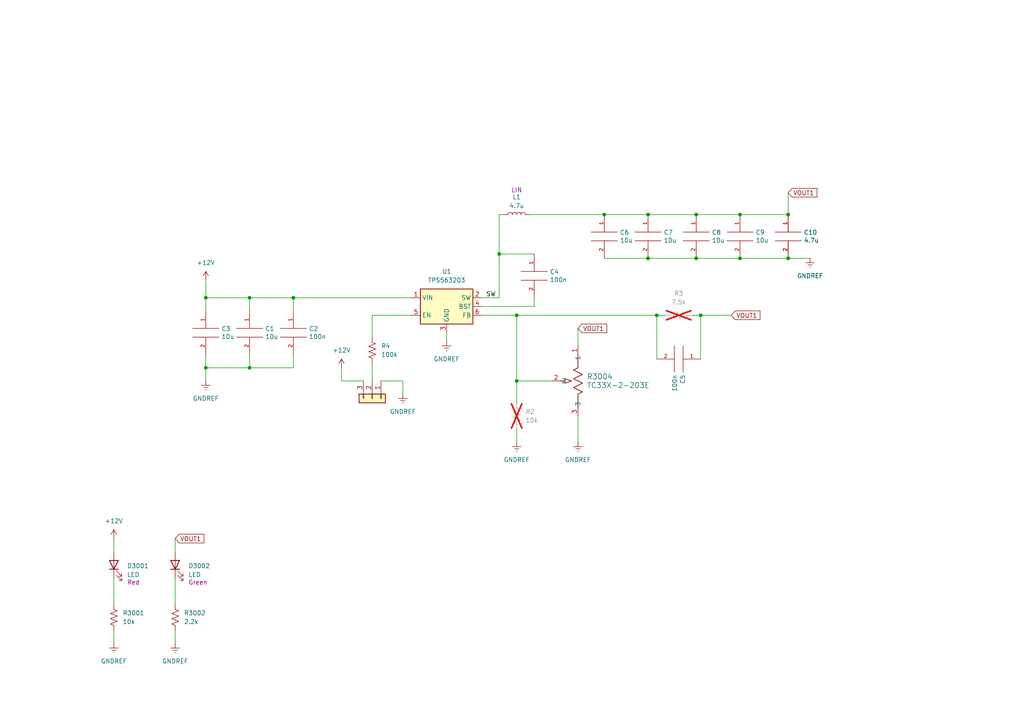
<source format=kicad_sch>
(kicad_sch (version 20231120) (generator "eeschema") (generator_version "8.0")
  (paper "A4")
  (lib_symbols
    (symbol "Device:L" (pin_numbers hide) (pin_names (offset 1.016) hide)
      (property "Reference" "L" (at -1.27 0 90))
      (property "Value" "L" (at 1.905 0 90))
      (symbol "L_0_1"
        (arc (start 0 -2.54) (mid 0.6323 -1.905) (end 0 -1.27))
        (arc (start 0 -1.27) (mid 0.6323 -0.635) (end 0 0))
        (arc (start 0 0) (mid 0.6323 0.635) (end 0 1.27))
        (arc (start 0 1.27) (mid 0.6323 1.905) (end 0 2.54))
      )
      (symbol "L_1_1"
        (pin passive line (at 0 3.81 270) (length 1.27) (name "1") (number "1"))
        (pin passive line (at 0 -3.81 90) (length 1.27) (name "2") (number "2"))
      )
    )
    (symbol "Device:LED" (pin_numbers hide) (pin_names (offset 1.016) hide)
      (property "Reference" "D" (at 0 2.54 0))
      (property "Value" "LED" (at 0 -2.54 0))
      (symbol "LED_0_1"
        (polyline (pts (xy -1.27 -1.27) (xy -1.27 1.27)) (stroke (width 0.254)))
        (polyline (pts (xy -1.27 0) (xy 1.27 0)))
        (polyline (pts (xy 1.27 -1.27) (xy 1.27 1.27) (xy -1.27 0) (xy 1.27 -1.27)) (stroke (width 0.254)))
        (polyline (pts (xy -3.048 -0.762) (xy -4.572 -2.286) (xy -3.81 -2.286) (xy -4.572 -2.286) (xy -4.572 -1.524)))
        (polyline (pts (xy -1.778 -0.762) (xy -3.302 -2.286) (xy -2.54 -2.286) (xy -3.302 -2.286) (xy -3.302 -1.524)))
      )
      (symbol "LED_1_1"
        (pin passive line (at -3.81 0 0) (length 2.54) (name "K") (number "1"))
        (pin passive line (at 3.81 0 180) (length 2.54) (name "A") (number "2"))
      )
    )
    (symbol "Device:R_US" (pin_numbers hide) (pin_names (offset 0))
      (property "Reference" "R" (at 2.54 0 90))
      (property "Value" "R_US" (at -2.54 0 90))
      (symbol "R_US_0_1"
        (polyline (pts (xy 0 -2.286) (xy 0 -2.54)))
        (polyline (pts (xy 0 2.286) (xy 0 2.54)))
        (polyline (pts (xy 0 -0.762) (xy 1.016 -1.143) (xy 0 -1.524) (xy -1.016 -1.905) (xy 0 -2.286)))
        (polyline (pts (xy 0 0.762) (xy 1.016 0.381) (xy 0 0) (xy -1.016 -0.381) (xy 0 -0.762)))
        (polyline (pts (xy 0 2.286) (xy 1.016 1.905) (xy 0 1.524) (xy -1.016 1.143) (xy 0 0.762)))
      )
      (symbol "R_US_1_1"
        (pin passive line (at 0 3.81 270) (length 1.27) (name "~") (number "1"))
        (pin passive line (at 0 -3.81 90) (length 1.27) (name "~") (number "2"))
      )
    )
    (symbol "PoE-rescue:C-pspice" (pin_names (offset 0.254))
      (property "Reference" "C" (at 2.54 3.81 90))
      (property "Value" "pspice_C" (at 2.54 -3.81 90))
      (symbol "C-pspice_0_1"
        (polyline (pts (xy -3.81 -1.27) (xy 3.81 -1.27)))
        (polyline (pts (xy -3.81 1.27) (xy 3.81 1.27)))
      )
      (symbol "C-pspice_1_1"
        (pin passive line (at 0 6.35 270) (length 5.08) (name "~") (number "1"))
        (pin passive line (at 0 -6.35 90) (length 5.08) (name "~") (number "2"))
      )
    )
    (symbol "Regulator_Switching:TPS563203"
      (property "Reference" "U" (at -7.62 6.35 0))
      (property "Value" "TPS563203" (at -2.54 6.35 0))
      (symbol "TPS563203_0_1"
        (rectangle (start -7.62 5.08) (end 7.62 -5.08) (stroke (width 0.254)) (fill (type background)))
      )
      (symbol "TPS563203_1_1"
        (pin power_in line (at -10.16 2.54 0) (length 2.54) (name "VIN") (number "1"))
        (pin output line (at 10.16 2.54 180) (length 2.54) (name "SW") (number "2"))
        (pin power_in line (at 0 -7.62 90) (length 2.54) (name "GND") (number "3"))
        (pin passive line (at 10.16 0 180) (length 2.54) (name "BST") (number "4"))
        (pin input line (at -10.16 -2.54 0) (length 2.54) (name "EN") (number "5"))
        (pin input line (at 10.16 -2.54 180) (length 2.54) (name "FB") (number "6"))
      )
    )
    (symbol "SparkFun-Connector:Conn_01x03" (pin_names (offset 1.016) hide)
      (symbol "Conn_01x03_1_1"
        (rectangle (start -1.27 -2.413) (end 0 -2.667) (stroke (width 0.1524)))
        (rectangle (start -1.27 0.127) (end 0 -0.127) (stroke (width 0.1524)))
        (rectangle (start -1.27 2.667) (end 0 2.413) (stroke (width 0.1524)))
        (rectangle (start -1.27 3.81) (end 1.27 -3.81) (stroke (width 0.254)) (fill (type background)))
        (pin passive line (at -5.08 2.54 0) (length 3.81) (name "Pin_1") (number "1"))
        (pin passive line (at -5.08 0 0) (length 3.81) (name "Pin_2") (number "2"))
        (pin passive line (at -5.08 -2.54 0) (length 3.81) (name "Pin_3") (number "3"))
      )
    )
    (symbol "TC33X-2-203E:TC33X-2-203E" (pin_names (offset 0.254))
      (property "Reference" "R" (at 10.795 -3.175 0))
      (property "Value" "TC33X-2-203E" (at 10.795 -6.35 0))
      (symbol "TC33X-2-203E_1_1"
        (polyline (pts (xy 2.54 0) (xy 6.35 0)) (stroke (width 0.2032)))
        (polyline (pts (xy 6.35 0) (xy 6.985 1.27)) (stroke (width 0.2032)))
        (polyline (pts (xy 6.985 1.27) (xy 8.255 -1.27)) (stroke (width 0.2032)))
        (polyline (pts (xy 8.255 -1.27) (xy 9.525 1.27)) (stroke (width 0.2032)))
        (polyline (pts (xy 9.525 1.27) (xy 10.795 -1.27)) (stroke (width 0.2032)))
        (polyline (pts (xy 9.525 3.81) (xy 10.16 1.905)) (stroke (width 0.2032)))
        (polyline (pts (xy 9.525 3.81) (xy 10.795 3.81)) (stroke (width 0.2032)))
        (polyline (pts (xy 10.16 3.81) (xy 10.16 5.08)) (stroke (width 0.2032)))
        (polyline (pts (xy 10.795 -1.27) (xy 12.065 1.27)) (stroke (width 0.2032)))
        (polyline (pts (xy 10.795 3.81) (xy 10.16 1.905)) (stroke (width 0.2032)))
        (polyline (pts (xy 12.065 1.27) (xy 13.335 -1.27)) (stroke (width 0.2032)))
        (polyline (pts (xy 13.335 -1.27) (xy 13.97 0)) (stroke (width 0.2032)))
        (polyline (pts (xy 13.97 0) (xy 17.78 0)) (stroke (width 0.2032)))
        (pin unspecified line (at 0 0 0) (length 2.54) (name "1") (number "1"))
        (pin unspecified line (at 10.16 7.62 270) (length 2.54) (name "2") (number "2"))
        (pin unspecified line (at 20.32 0 180) (length 2.54) (name "3") (number "3"))
      )
      (symbol "TC33X-2-203E_1_2"
        (polyline (pts (xy -3.81 -10.795) (xy -3.81 -9.525)) (stroke (width 0.2032)))
        (polyline (pts (xy -3.81 -10.795) (xy -1.905 -10.16)) (stroke (width 0.2032)))
        (polyline (pts (xy -3.81 -10.16) (xy -5.08 -10.16)) (stroke (width 0.2032)))
        (polyline (pts (xy -3.81 -9.525) (xy -1.905 -10.16)) (stroke (width 0.2032)))
        (polyline (pts (xy -1.27 -13.335) (xy 1.27 -12.065)) (stroke (width 0.2032)))
        (polyline (pts (xy -1.27 -10.795) (xy 1.27 -9.525)) (stroke (width 0.2032)))
        (polyline (pts (xy -1.27 -8.255) (xy 1.27 -6.985)) (stroke (width 0.2032)))
        (polyline (pts (xy 0 -17.78) (xy 0 -13.97)) (stroke (width 0.2032)))
        (polyline (pts (xy 0 -13.97) (xy -1.27 -13.335)) (stroke (width 0.2032)))
        (polyline (pts (xy 0 -6.35) (xy 0 -2.54)) (stroke (width 0.2032)))
        (polyline (pts (xy 1.27 -12.065) (xy -1.27 -10.795)) (stroke (width 0.2032)))
        (polyline (pts (xy 1.27 -9.525) (xy -1.27 -8.255)) (stroke (width 0.2032)))
        (polyline (pts (xy 1.27 -6.985) (xy 0 -6.35)) (stroke (width 0.2032)))
        (pin unspecified line (at 0 0 270) (length 2.54) (name "1") (number "1"))
        (pin unspecified line (at -7.62 -10.16 0) (length 2.54) (name "2") (number "2"))
        (pin unspecified line (at 0 -20.32 90) (length 2.54) (name "3") (number "3"))
      )
    )
    (symbol "power:+12V" (power) (pin_numbers hide) (pin_names (offset 0) hide)
      (property "Value" "+12V" (at 0 3.556 0))
      (symbol "+12V_0_1"
        (polyline (pts (xy -0.762 1.27) (xy 0 2.54)))
        (polyline (pts (xy 0 0) (xy 0 2.54)))
        (polyline (pts (xy 0 2.54) (xy 0.762 1.27)))
      )
      (symbol "+12V_1_1"
        (pin power_in line (at 0 0 90) (length 0) (name "~") (number "1"))
      )
    )
    (symbol "power:GNDREF" (power) (pin_numbers hide) (pin_names (offset 0) hide)
      (property "Value" "GNDREF" (at 0 -3.81 0))
      (symbol "GNDREF_0_1"
        (polyline (pts (xy -0.635 -1.905) (xy 0.635 -1.905)))
        (polyline (pts (xy -0.127 -2.54) (xy 0.127 -2.54)))
        (polyline (pts (xy 0 -1.27) (xy 0 0)))
        (polyline (pts (xy 1.27 -1.27) (xy -1.27 -1.27)))
      )
      (symbol "GNDREF_1_1"
        (pin power_in line (at 0 0 270) (length 0) (name "~") (number "1"))
      )
    )
  )
  (junction (at 144.78 73.66))
  (junction (at 175.26 62.23))
  (junction (at 190.5 91.44))
  (junction (at 187.96 74.93))
  (junction (at 187.96 62.23))
  (junction (at 149.86 91.44))
  (junction (at 72.39 86.36))
  (junction (at 228.6 74.93))
  (junction (at 201.93 62.23))
  (junction (at 59.69 86.36))
  (junction (at 149.86 110.49))
  (junction (at 214.63 62.23))
  (junction (at 203.2 91.44))
  (junction (at 214.63 74.93))
  (junction (at 59.69 106.68))
  (junction (at 228.6 62.23))
  (junction (at 72.39 106.68))
  (junction (at 85.09 86.36))
  (junction (at 201.93 74.93))
  (wire (pts (xy 175.26 62.23) (xy 187.96 62.23)))
  (wire (pts (xy 149.86 110.49) (xy 160.02 110.49)))
  (wire (pts (xy 105.41 110.49) (xy 99.06 110.49)))
  (wire (pts (xy 187.96 62.23) (xy 201.93 62.23)))
  (wire (pts (xy 144.78 62.23) (xy 146.05 62.23)))
  (wire (pts (xy 85.09 86.36) (xy 85.09 90.17)))
  (wire (pts (xy 33.02 182.88) (xy 33.02 186.69)))
  (wire (pts (xy 214.63 62.23) (xy 228.6 62.23)))
  (wire (pts (xy 119.38 91.44) (xy 107.95 91.44)))
  (wire (pts (xy 129.54 96.52) (xy 129.54 99.06)))
  (wire (pts (xy 154.94 88.9) (xy 154.94 86.36)))
  (wire (pts (xy 203.2 91.44) (xy 212.09 91.44)))
  (wire (pts (xy 110.49 110.49) (xy 116.84 110.49)))
  (wire (pts (xy 50.8 156.21) (xy 50.8 160.02)))
  (wire (pts (xy 144.78 73.66) (xy 144.78 62.23)))
  (wire (pts (xy 149.86 110.49) (xy 149.86 116.84)))
  (wire (pts (xy 149.86 91.44) (xy 190.5 91.44)))
  (wire (pts (xy 144.78 86.36) (xy 139.7 86.36)))
  (wire (pts (xy 72.39 106.68) (xy 59.69 106.68)))
  (wire (pts (xy 139.7 88.9) (xy 154.94 88.9)))
  (wire (pts (xy 149.86 91.44) (xy 149.86 110.49)))
  (wire (pts (xy 33.02 156.21) (xy 33.02 160.02)))
  (wire (pts (xy 59.69 106.68) (xy 59.69 110.49)))
  (wire (pts (xy 33.02 167.64) (xy 33.02 175.26)))
  (wire (pts (xy 59.69 81.28) (xy 59.69 86.36)))
  (wire (pts (xy 201.93 74.93) (xy 187.96 74.93)))
  (wire (pts (xy 228.6 55.88) (xy 228.6 62.23)))
  (wire (pts (xy 187.96 74.93) (xy 175.26 74.93)))
  (wire (pts (xy 153.67 62.23) (xy 175.26 62.23)))
  (wire (pts (xy 85.09 106.68) (xy 72.39 106.68)))
  (wire (pts (xy 59.69 106.68) (xy 59.69 102.87)))
  (wire (pts (xy 50.8 167.64) (xy 50.8 175.26)))
  (wire (pts (xy 85.09 86.36) (xy 119.38 86.36)))
  (wire (pts (xy 116.84 110.49) (xy 116.84 114.3)))
  (wire (pts (xy 72.39 86.36) (xy 85.09 86.36)))
  (wire (pts (xy 200.66 91.44) (xy 203.2 91.44)))
  (wire (pts (xy 85.09 102.87) (xy 85.09 106.68)))
  (wire (pts (xy 144.78 73.66) (xy 144.78 86.36)))
  (wire (pts (xy 214.63 74.93) (xy 201.93 74.93)))
  (wire (pts (xy 228.6 74.93) (xy 214.63 74.93)))
  (wire (pts (xy 59.69 86.36) (xy 72.39 86.36)))
  (wire (pts (xy 50.8 182.88) (xy 50.8 186.69)))
  (wire (pts (xy 139.7 91.44) (xy 149.86 91.44)))
  (wire (pts (xy 234.95 74.93) (xy 228.6 74.93)))
  (wire (pts (xy 59.69 86.36) (xy 59.69 90.17)))
  (wire (pts (xy 167.64 95.25) (xy 167.64 100.33)))
  (wire (pts (xy 72.39 106.68) (xy 72.39 102.87)))
  (wire (pts (xy 99.06 106.68) (xy 99.06 110.49)))
  (wire (pts (xy 201.93 62.23) (xy 214.63 62.23)))
  (wire (pts (xy 107.95 105.41) (xy 107.95 110.49)))
  (wire (pts (xy 72.39 86.36) (xy 72.39 90.17)))
  (wire (pts (xy 190.5 91.44) (xy 193.04 91.44)))
  (wire (pts (xy 190.5 91.44) (xy 190.5 104.14)))
  (wire (pts (xy 144.78 73.66) (xy 154.94 73.66)))
  (wire (pts (xy 203.2 91.44) (xy 203.2 104.14)))
  (wire (pts (xy 167.64 120.65) (xy 167.64 128.27)))
  (wire (pts (xy 149.86 124.46) (xy 149.86 128.27)))
  (wire (pts (xy 107.95 91.44) (xy 107.95 97.79)))
  (label "SW" (at 140.97 86.36 0))
  (global_label "VOUT1" (shape input) (at 167.64 95.25 0) (property "Intersheetrefs" "${INTERSHEET_REFS}" (effects (hide yes))))
  (global_label "VOUT1" (shape input) (at 50.8 156.21 0) (property "Intersheetrefs" "${INTERSHEET_REFS}" (effects (hide yes))))
  (global_label "VOUT1" (shape input) (at 228.6 55.88 0) (property "Intersheetrefs" "${INTERSHEET_REFS}" (effects (hide yes))))
  (global_label "VOUT1" (shape input) (at 212.09 91.44 0) (property "Intersheetrefs" "${INTERSHEET_REFS}" (effects (hide yes))))
  (symbol (lib_id "Device:LED") (at 33.02 163.83 90) (unit 1)
    (property "Reference" "D3001" (at 36.83 164.1474 90) (effects (justify right)))
    (property "Value" "LED" (at 36.83 166.6874 90) (effects (justify right)))
    (property "Footprint" "LED_SMD:LED_0805_2012Metric" (effects (hide yes)))
    (property "Description" "Light emitting diode" (effects (hide yes)))
    (property "Color" "Red" (at 36.83 168.91 90) (effects (justify right)))
  )
  (symbol (lib_id "PoE-rescue:C-pspice") (at 85.09 96.52 0) (unit 1)
    (property "Reference" "C2" (at 89.6112 95.3516 0) (effects (justify left)))
    (property "Value" "100n" (at 89.6112 97.663 0) (effects (justify left)))
    (property "Footprint" "Capacitor_SMD:C_0805_2012Metric" (effects (hide yes)))
  )
  (symbol (lib_id "power:+12V") (at 59.69 81.28 0) (unit 1)
    (property "Reference" "#PWR07" (effects (hide yes)))
    (property "Value" "+12V" (at 59.69 76.2 0))
    (property "Description" "Power symbol creates a global label with name \"+12V\"" (effects (hide yes)))
  )
  (symbol (lib_id "PoE-rescue:C-pspice") (at 201.93 68.58 0) (unit 1)
    (property "Reference" "C8" (at 206.4512 67.4116 0) (effects (justify left)))
    (property "Value" "10u" (at 206.4512 69.723 0) (effects (justify left)))
    (property "Footprint" "Capacitor_SMD:C_0805_2012Metric" (effects (hide yes)))
  )
  (symbol (lib_id "PoE-rescue:C-pspice") (at 228.6 68.58 0) (unit 1)
    (property "Reference" "C10" (at 233.1212 67.4116 0) (effects (justify left)))
    (property "Value" "4.7u" (at 233.1212 69.723 0) (effects (justify left)))
    (property "Footprint" "Capacitor_SMD:C_0805_2012Metric" (effects (hide yes)))
  )
  (symbol (lib_id "power:GNDREF") (at 59.69 110.49 0) (unit 1)
    (property "Reference" "#PWR08" (effects (hide yes)))
    (property "Value" "GNDREF" (at 59.69 115.57 0))
    (property "Description" "Power symbol creates a global label with name \"GNDREF\" , reference supply ground" (effects (hide yes)))
  )
  (symbol (lib_id "power:GNDREF") (at 129.54 99.06 0) (unit 1)
    (property "Reference" "#PWR09" (effects (hide yes)))
    (property "Value" "GNDREF" (at 129.54 104.14 0))
    (property "Description" "Power symbol creates a global label with name \"GNDREF\" , reference supply ground" (effects (hide yes)))
  )
  (symbol (lib_id "PoE-rescue:C-pspice") (at 196.85 104.14 270) (unit 1)
    (property "Reference" "C5" (at 198.0184 108.6612 0) (effects (justify left)))
    (property "Value" "100n" (at 195.707 108.6612 0) (effects (justify left)))
    (property "Footprint" "Capacitor_SMD:C_0805_2012Metric" (effects (hide yes)))
  )
  (symbol (lib_id "power:GNDREF") (at 149.86 128.27 0) (unit 1)
    (property "Reference" "#PWR010" (effects (hide yes)))
    (property "Value" "GNDREF" (at 149.86 133.35 0))
    (property "Description" "Power symbol creates a global label with name \"GNDREF\" , reference supply ground" (effects (hide yes)))
  )
  (symbol (lib_id "PoE-rescue:C-pspice") (at 72.39 96.52 0) (unit 1)
    (property "Reference" "C1" (at 76.9112 95.3516 0) (effects (justify left)))
    (property "Value" "10u" (at 76.9112 97.663 0) (effects (justify left)))
    (property "Footprint" "Capacitor_SMD:C_0805_2012Metric" (effects (hide yes)))
  )
  (symbol (lib_id "Device:L") (at 149.86 62.23 90) (unit 1)
    (property "Reference" "L1" (at 149.86 57.15 90))
    (property "Value" "4.7u" (at 149.86 59.69 90))
    (property "Footprint" "Inductor_SMD:L_Abracon_ASPI-4030S" (effects (hide yes)))
    (property "Description" "LIN" (at 149.86 55.118 90))
  )
  (symbol (lib_id "TC33X-2-203E:TC33X-2-203E") (at 167.64 100.33 90) (mirror x) (unit 1)
    (property "Reference" "R3004" (at 170.18 109.2199 90) (effects (font (size 1.524 1.524)) (justify right)))
    (property "Value" "TC33X-2-203E" (at 170.18 111.7599 90) (effects (font (size 1.524 1.524)) (justify right)))
    (property "Footprint" "Potentiometer_SMD:Potentiometer_Bourns_TC33X_Vertical" (effects (hide yes)))
    (property "Datasheet" "TC33X-2-203E" (effects (hide yes)))
  )
  (symbol (lib_id "power:+12V") (at 99.06 106.68 0) (unit 1)
    (property "Reference" "#PWR012" (effects (hide yes)))
    (property "Value" "+12V" (at 99.06 101.6 0))
    (property "Description" "Power symbol creates a global label with name \"+12V\"" (effects (hide yes)))
  )
  (symbol (lib_id "power:GNDREF") (at 50.8 186.69 0) (unit 1)
    (property "Reference" "#PWR03003" (effects (hide yes)))
    (property "Value" "GNDREF" (at 50.8 191.77 0))
    (property "Description" "Power symbol creates a global label with name \"GNDREF\" , reference supply ground" (effects (hide yes)))
  )
  (symbol (lib_id "PoE-rescue:C-pspice") (at 59.69 96.52 0) (unit 1)
    (property "Reference" "C3" (at 64.2112 95.3516 0) (effects (justify left)))
    (property "Value" "10u" (at 64.2112 97.663 0) (effects (justify left)))
    (property "Footprint" "Capacitor_SMD:C_0805_2012Metric" (effects (hide yes)))
  )
  (symbol (lib_id "PoE-rescue:C-pspice") (at 175.26 68.58 0) (unit 1)
    (property "Reference" "C6" (at 179.7812 67.4116 0) (effects (justify left)))
    (property "Value" "10u" (at 179.7812 69.723 0) (effects (justify left)))
    (property "Footprint" "Capacitor_SMD:C_0805_2012Metric" (effects (hide yes)))
  )
  (symbol (lib_id "PoE-rescue:C-pspice") (at 187.96 68.58 0) (unit 1)
    (property "Reference" "C7" (at 192.4812 67.4116 0) (effects (justify left)))
    (property "Value" "10u" (at 192.4812 69.723 0) (effects (justify left)))
    (property "Footprint" "Capacitor_SMD:C_0805_2012Metric" (effects (hide yes)))
  )
  (symbol (lib_id "Device:R_US") (at 149.86 120.65 180) (unit 1) (dnp yes)
    (property "Reference" "R2" (at 152.4 119.3799 0) (effects (justify right)))
    (property "Value" "10k" (at 152.4 121.9199 0) (effects (justify right)))
    (property "Footprint" "Resistor_SMD:R_0805_2012Metric" (effects (hide yes)))
    (property "Description" "Resistor, US symbol" (effects (hide yes)))
  )
  (symbol (lib_id "Device:R_US") (at 33.02 179.07 180) (unit 1)
    (property "Reference" "R3001" (at 35.56 177.7999 0) (effects (justify right)))
    (property "Value" "10k" (at 35.56 180.3399 0) (effects (justify right)))
    (property "Footprint" "Resistor_SMD:R_0805_2012Metric" (effects (hide yes)))
    (property "Description" "Resistor, US symbol" (effects (hide yes)))
  )
  (symbol (lib_id "Device:R_US") (at 50.8 179.07 180) (unit 1)
    (property "Reference" "R3002" (at 53.34 177.7999 0) (effects (justify right)))
    (property "Value" "2.2k" (at 53.34 180.3399 0) (effects (justify right)))
    (property "Footprint" "Resistor_SMD:R_0805_2012Metric" (effects (hide yes)))
    (property "Description" "Resistor, US symbol" (effects (hide yes)))
  )
  (symbol (lib_id "power:GNDREF") (at 234.95 74.93 0) (unit 1)
    (property "Reference" "#PWR013" (effects (hide yes)))
    (property "Value" "GNDREF" (at 234.95 80.01 0))
    (property "Description" "Power symbol creates a global label with name \"GNDREF\" , reference supply ground" (effects (hide yes)))
  )
  (symbol (lib_id "Device:R_US") (at 107.95 101.6 180) (unit 1)
    (property "Reference" "R4" (at 110.49 100.3299 0) (effects (justify right)))
    (property "Value" "100k" (at 110.49 102.8699 0) (effects (justify right)))
    (property "Footprint" "Resistor_SMD:R_0805_2012Metric" (effects (hide yes)))
    (property "Description" "Resistor, US symbol" (effects (hide yes)))
  )
  (symbol (lib_id "SparkFun-Connector:Conn_01x03") (at 107.95 115.57 270) (unit 1)
    (property "Reference" "J1" (effects (hide yes)))
    (property "Value" "Conn_01x03" (effects (hide yes)))
    (property "Footprint" "SparkFun-Connector:1x03" (effects (hide yes)))
    (property "Description" "Generic connector, single row, 01x03, script generated (kicad-library-utils/schlib/autogen/connector/)" (effects (hide yes)))
  )
  (symbol (lib_id "power:GNDREF") (at 33.02 186.69 0) (unit 1)
    (property "Reference" "#PWR03002" (effects (hide yes)))
    (property "Value" "GNDREF" (at 33.02 191.77 0))
    (property "Description" "Power symbol creates a global label with name \"GNDREF\" , reference supply ground" (effects (hide yes)))
  )
  (symbol (lib_id "PoE-rescue:C-pspice") (at 214.63 68.58 0) (unit 1)
    (property "Reference" "C9" (at 219.1512 67.4116 0) (effects (justify left)))
    (property "Value" "10u" (at 219.1512 69.723 0) (effects (justify left)))
    (property "Footprint" "Capacitor_SMD:C_0805_2012Metric" (effects (hide yes)))
  )
  (symbol (lib_id "power:+12V") (at 33.02 156.21 0) (unit 1)
    (property "Reference" "#PWR03004" (effects (hide yes)))
    (property "Value" "+12V" (at 33.02 151.13 0))
    (property "Description" "Power symbol creates a global label with name \"+12V\"" (effects (hide yes)))
  )
  (symbol (lib_id "Regulator_Switching:TPS563203") (at 129.54 88.9 0) (unit 1)
    (property "Reference" "U1" (at 129.54 78.74 0))
    (property "Value" "TPS563203" (at 129.54 81.28 0))
    (property "Footprint" "Package_TO_SOT_SMD:SOT-563" (effects (hide yes)))
    (property "Datasheet" "https://www.ti.com/lit/ds/symlink/tps563203.pdf" (effects (hide yes)))
    (property "Description" "3A Synchronous Step-Down Voltage Regulator, Adjustable Output Voltage, 4.2-17V Input Voltage, 0.6-7V Output Voltage, Eco mode, SOT-563" (effects (hide yes)))
  )
  (symbol (lib_id "Device:LED") (at 50.8 163.83 90) (unit 1)
    (property "Reference" "D3002" (at 54.61 164.1474 90) (effects (justify right)))
    (property "Value" "LED" (at 54.61 166.6874 90) (effects (justify right)))
    (property "Footprint" "LED_SMD:LED_0805_2012Metric" (effects (hide yes)))
    (property "Description" "Light emitting diode" (effects (hide yes)))
    (property "Color" "Green" (at 54.61 168.91 90) (effects (justify right)))
  )
  (symbol (lib_id "power:GNDREF") (at 167.64 128.27 0) (unit 1)
    (property "Reference" "#PWR03001" (effects (hide yes)))
    (property "Value" "GNDREF" (at 167.64 133.35 0))
    (property "Description" "Power symbol creates a global label with name \"GNDREF\" , reference supply ground" (effects (hide yes)))
  )
  (symbol (lib_id "PoE-rescue:C-pspice") (at 154.94 80.01 0) (unit 1)
    (property "Reference" "C4" (at 159.4612 78.8416 0) (effects (justify left)))
    (property "Value" "100n" (at 159.4612 81.153 0) (effects (justify left)))
    (property "Footprint" "Capacitor_SMD:C_0805_2012Metric" (effects (hide yes)))
  )
  (symbol (lib_id "Device:R_US") (at 196.85 91.44 90) (unit 1) (dnp yes)
    (property "Reference" "R3" (at 196.85 85.09 90))
    (property "Value" "7.5k" (at 196.85 87.63 90))
    (property "Footprint" "Resistor_SMD:R_0805_2012Metric" (effects (hide yes)))
    (property "Description" "Resistor, US symbol" (effects (hide yes)))
  )
  (symbol (lib_id "power:GNDREF") (at 116.84 114.3 0) (unit 1)
    (property "Reference" "#PWR011" (effects (hide yes)))
    (property "Value" "GNDREF" (at 116.84 119.38 0))
    (property "Description" "Power symbol creates a global label with name \"GNDREF\" , reference supply ground" (effects (hide yes)))
  )
)
</source>
